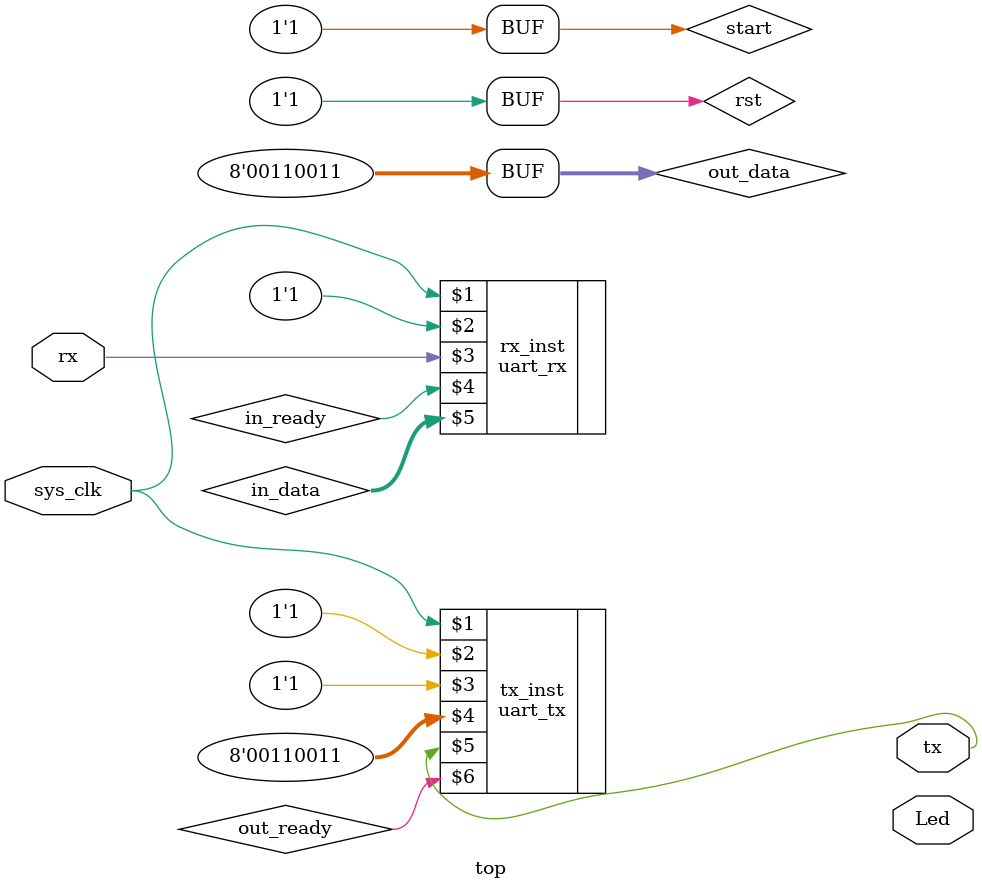
<source format=v>

`include "baudgen.vh"

module top(
  input wire sys_clk,
  input wire rx,
  output wire tx,
  output [7:0] Led
);

reg rst;
wire out_ready;
reg start;
reg [7:0] out_data;

wire in_ready;
wire [7:0] in_data;

uart_rx rx_inst(sys_clk, rst, rx, in_ready, in_data);
uart_tx tx_inst(sys_clk, rst, start, out_data, tx, out_ready);

initial begin
  rst = 1;
  start = 1;
  out_data = 'h33;
end

endmodule

</source>
